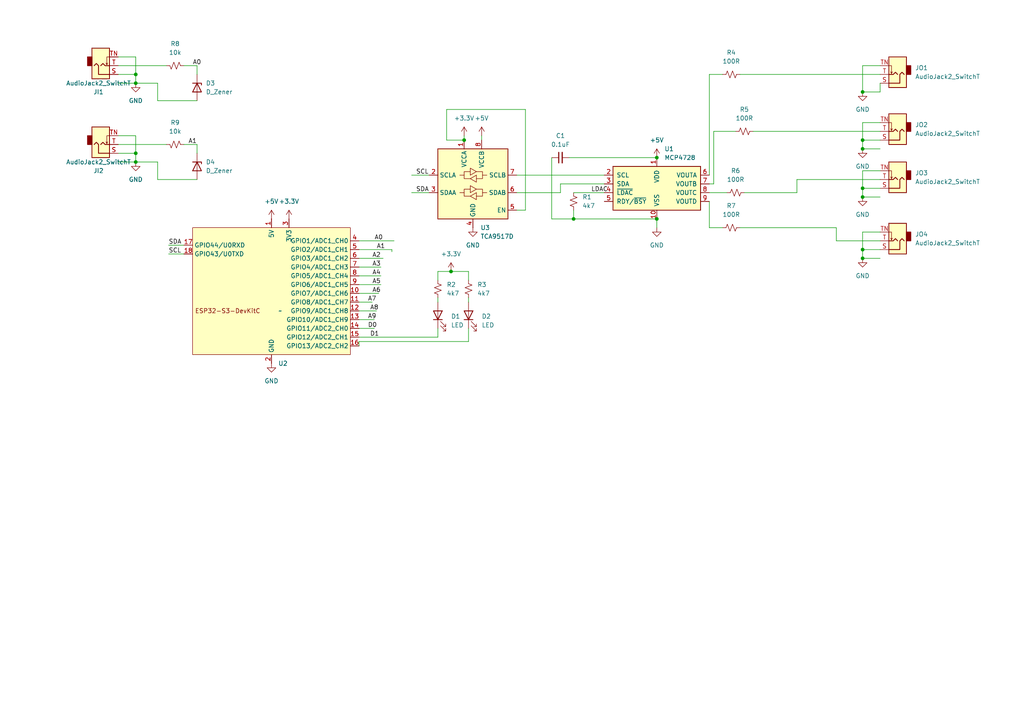
<source format=kicad_sch>
(kicad_sch (version 20231120) (generator "eeschema") (generator_version "8.0")
  (paper "A4")
  (lib_symbols
    (symbol "Analog_DAC:MCP4728" (pin_names (offset 1.016))
      (property "Reference" "U" (at -12.7 6.35 0))
      (property "Value" "MCP4728" (at 12.7 6.35 0))
      (symbol "MCP4728_0_1"
        (rectangle (start -12.7 5.08) (end 12.7 -7.62) (stroke (width 0.254)) (fill (type background)))
      )
      (symbol "MCP4728_1_1"
        (pin power_in line (at 0 7.62 270) (length 2.54) (name "VDD") (number "1"))
        (pin power_in line (at 0 -10.16 90) (length 2.54) (name "VSS") (number "10"))
        (pin input line (at -15.24 2.54 0) (length 2.54) (name "SCL") (number "2"))
        (pin bidirectional line (at -15.24 0 0) (length 2.54) (name "SDA") (number "3"))
        (pin input line (at -15.24 -2.54 0) (length 2.54) (name "~{LDAC}") (number "4"))
        (pin output line (at -15.24 -5.08 0) (length 2.54) (name "RDY/~{BSY}") (number "5"))
        (pin output line (at 15.24 2.54 180) (length 2.54) (name "VOUTA") (number "6"))
        (pin output line (at 15.24 0 180) (length 2.54) (name "VOUTB") (number "7"))
        (pin output line (at 15.24 -2.54 180) (length 2.54) (name "VOUTC") (number "8"))
        (pin output line (at 15.24 -5.08 180) (length 2.54) (name "VOUTD") (number "9"))
      )
    )
    (symbol "Connector_Audio:AudioJack2_SwitchT"
      (property "Reference" "J" (at 0 8.89 0))
      (property "Value" "AudioJack2_SwitchT" (at 0 6.35 0))
      (symbol "AudioJack2_SwitchT_0_1"
        (rectangle (start -2.54 0) (end -3.81 -2.54) (stroke (width 0.254)) (fill (type outline)))
        (polyline (pts (xy 1.778 -0.254) (xy 2.032 -0.762)))
        (polyline (pts (xy 0 0) (xy 0.635 -0.635) (xy 1.27 0) (xy 2.54 0)) (stroke (width 0.254)))
        (polyline (pts (xy 2.54 -2.54) (xy 1.778 -2.54) (xy 1.778 -0.254) (xy 1.524 -0.762)))
        (polyline (pts (xy 2.54 2.54) (xy -0.635 2.54) (xy -0.635 0) (xy -1.27 -0.635) (xy -1.905 0)) (stroke (width 0.254)))
        (rectangle (start 2.54 3.81) (end -2.54 -5.08) (stroke (width 0.254)) (fill (type background)))
      )
      (symbol "AudioJack2_SwitchT_1_1"
        (pin passive line (at 5.08 2.54 180) (length 2.54) (name "~") (number "S"))
        (pin passive line (at 5.08 0 180) (length 2.54) (name "~") (number "T"))
        (pin passive line (at 5.08 -2.54 180) (length 2.54) (name "~") (number "TN"))
      )
    )
    (symbol "Device:C_Small" (pin_numbers hide) (pin_names (offset 0.254) hide)
      (property "Reference" "C" (at 0.254 1.778 0))
      (property "Value" "C_Small" (at 0.254 -2.032 0))
      (symbol "C_Small_0_1"
        (polyline (pts (xy -1.524 -0.508) (xy 1.524 -0.508)) (stroke (width 0.3302)))
        (polyline (pts (xy -1.524 0.508) (xy 1.524 0.508)) (stroke (width 0.3048)))
      )
      (symbol "C_Small_1_1"
        (pin passive line (at 0 2.54 270) (length 2.032) (name "~") (number "1"))
        (pin passive line (at 0 -2.54 90) (length 2.032) (name "~") (number "2"))
      )
    )
    (symbol "Device:D_Zener" (pin_numbers hide) (pin_names (offset 1.016) hide)
      (property "Reference" "D" (at 0 2.54 0))
      (property "Value" "D_Zener" (at 0 -2.54 0))
      (symbol "D_Zener_0_1"
        (polyline (pts (xy 1.27 0) (xy -1.27 0)))
        (polyline (pts (xy -1.27 -1.27) (xy -1.27 1.27) (xy -0.762 1.27)) (stroke (width 0.254)))
        (polyline (pts (xy 1.27 -1.27) (xy 1.27 1.27) (xy -1.27 0) (xy 1.27 -1.27)) (stroke (width 0.254)))
      )
      (symbol "D_Zener_1_1"
        (pin passive line (at -3.81 0 0) (length 2.54) (name "K") (number "1"))
        (pin passive line (at 3.81 0 180) (length 2.54) (name "A") (number "2"))
      )
    )
    (symbol "Device:LED" (pin_numbers hide) (pin_names (offset 1.016) hide)
      (property "Reference" "D" (at 0 2.54 0))
      (property "Value" "LED" (at 0 -2.54 0))
      (symbol "LED_0_1"
        (polyline (pts (xy -1.27 -1.27) (xy -1.27 1.27)) (stroke (width 0.254)))
        (polyline (pts (xy -1.27 0) (xy 1.27 0)))
        (polyline (pts (xy 1.27 -1.27) (xy 1.27 1.27) (xy -1.27 0) (xy 1.27 -1.27)) (stroke (width 0.254)))
        (polyline (pts (xy -3.048 -0.762) (xy -4.572 -2.286) (xy -3.81 -2.286) (xy -4.572 -2.286) (xy -4.572 -1.524)))
        (polyline (pts (xy -1.778 -0.762) (xy -3.302 -2.286) (xy -2.54 -2.286) (xy -3.302 -2.286) (xy -3.302 -1.524)))
      )
      (symbol "LED_1_1"
        (pin passive line (at -3.81 0 0) (length 2.54) (name "K") (number "1"))
        (pin passive line (at 3.81 0 180) (length 2.54) (name "A") (number "2"))
      )
    )
    (symbol "Device:R_Small_US" (pin_numbers hide) (pin_names (offset 0.254) hide)
      (property "Reference" "R" (at 0.762 0.508 0))
      (property "Value" "R_Small_US" (at 0.762 -1.016 0))
      (symbol "R_Small_US_1_1"
        (polyline (pts (xy 0 0) (xy 1.016 -0.381) (xy 0 -0.762) (xy -1.016 -1.143) (xy 0 -1.524)))
        (polyline (pts (xy 0 1.524) (xy 1.016 1.143) (xy 0 0.762) (xy -1.016 0.381) (xy 0 0)))
        (pin passive line (at 0 2.54 270) (length 1.016) (name "~") (number "1"))
        (pin passive line (at 0 -2.54 90) (length 1.016) (name "~") (number "2"))
      )
    )
    (symbol "GND_1" (power) (pin_numbers hide) (pin_names (offset 0) hide)
      (property "Value" "GND" (at 0 -3.81 0))
      (symbol "GND_1_0_1"
        (polyline (pts (xy 0 0) (xy 0 -1.27) (xy 1.27 -1.27) (xy 0 -2.54) (xy -1.27 -1.27) (xy 0 -1.27)))
      )
      (symbol "GND_1_1_1"
        (pin power_in line (at 0 0 270) (length 0) (name "~") (number "1"))
      )
    )
    (symbol "Logic_LevelTranslator:TCA9517D"
      (property "Reference" "U" (at -10.16 11.43 0))
      (property "Value" "TCA9517D" (at 1.27 -11.43 0))
      (symbol "TCA9517D_1_1"
        (rectangle (start -10.16 10.16) (end 10.16 -10.16) (stroke (width 0.254)) (fill (type background)))
        (polyline (pts (xy -2.54 -2.54) (xy -2.54 -1.524) (xy -0.762 -1.524)))
        (polyline (pts (xy -2.54 2.54) (xy -2.54 3.556) (xy -0.762 3.556)))
        (polyline (pts (xy 2.794 -2.54) (xy 2.794 -3.556) (xy 1.016 -3.556)))
        (polyline (pts (xy 2.794 2.54) (xy 2.794 1.524) (xy 1.016 1.524)))
        (polyline (pts (xy -0.762 -3.556) (xy -2.54 -3.556) (xy -2.54 -2.54) (xy -3.81 -2.54)))
        (polyline (pts (xy -0.762 -2.54) (xy -0.762 -0.508) (xy 1.016 -1.524) (xy -0.762 -2.54)))
        (polyline (pts (xy -0.762 1.524) (xy -2.54 1.524) (xy -2.54 2.54) (xy -3.81 2.54)))
        (polyline (pts (xy -0.762 2.54) (xy -0.762 4.572) (xy 1.016 3.556) (xy -0.762 2.54)))
        (polyline (pts (xy 1.016 -1.524) (xy 2.794 -1.524) (xy 2.794 -2.54) (xy 4.064 -2.54)))
        (polyline (pts (xy 1.016 3.556) (xy 2.794 3.556) (xy 2.794 2.54) (xy 4.064 2.54)))
        (polyline (pts (xy 1.016 -2.54) (xy 1.016 -4.318) (xy 1.016 -4.572) (xy -0.762 -3.556) (xy 1.016 -2.54)))
        (polyline (pts (xy 1.016 2.54) (xy 1.016 0.762) (xy 1.016 0.508) (xy -0.762 1.524) (xy 1.016 2.54)))
        (pin power_in line (at -2.54 12.7 270) (length 2.54) (name "VCCA") (number "1"))
        (pin bidirectional line (at -12.7 2.54 0) (length 2.54) (name "SCLA") (number "2"))
        (pin bidirectional line (at -12.7 -2.54 0) (length 2.54) (name "SDAA") (number "3"))
        (pin power_in line (at 0 -12.7 90) (length 2.54) (name "GND") (number "4"))
        (pin passive line (at 12.7 -7.62 180) (length 2.54) (name "EN") (number "5"))
        (pin bidirectional line (at 12.7 -2.54 180) (length 2.54) (name "SDAB") (number "6"))
        (pin bidirectional line (at 12.7 2.54 180) (length 2.54) (name "SCLB") (number "7"))
        (pin power_in line (at 2.54 12.7 270) (length 2.54) (name "VCCB") (number "8"))
      )
    )
    (symbol "hattwick:Wifiduino-ESP32S3"
      (property "Reference" "U" (at -22.86 46.99 0))
      (symbol "Wifiduino-ESP32S3_0_0"
        (text "ESP32-S3-DevKitC" (at -15.24 0 0) (effects (font (size 1.27 1.27))))
      )
      (symbol "Wifiduino-ESP32S3_0_1"
        (rectangle (start -25.4 24.13) (end 20.32 -12.7) (fill (type background)))
      )
      (symbol "Wifiduino-ESP32S3_1_0"
        (pin bidirectional line (at 22.86 -10.16 180) (length 2.54) (name "GPIO13/ADC2_CH2") (number "16"))
        (pin bidirectional line (at -27.94 19.05 0) (length 2.54) (name "GPIO44/U0RXD") (number "17"))
        (pin bidirectional line (at -27.94 16.51 0) (length 2.54) (name "GPIO43/U0TXD") (number "18"))
        (pin power_in line (at -2.54 -15.24 90) (length 2.54) (name "GND") (number "2"))
        (pin bidirectional line (at 22.86 20.32 180) (length 2.54) (name "GPIO1/ADC1_CH0") (number "4"))
        (pin bidirectional line (at 22.86 17.78 180) (length 2.54) (name "GPIO2/ADC1_CH1") (number "5"))
      )
      (symbol "Wifiduino-ESP32S3_1_1"
        (pin power_in line (at -2.54 26.67 270) (length 2.54) (name "5V") (number "1"))
        (pin bidirectional line (at 22.86 5.08 180) (length 2.54) (name "GPIO7/ADC1_CH6") (number "10"))
        (pin bidirectional line (at 22.86 2.54 180) (length 2.54) (name "GPIO8/ADC1_CH7") (number "11"))
        (pin bidirectional line (at 22.86 0 180) (length 2.54) (name "GPIO9/ADC1_CH8") (number "12"))
        (pin bidirectional line (at 22.86 -2.54 180) (length 2.54) (name "GPIO10/ADC1_CH9") (number "13"))
        (pin bidirectional line (at 22.86 -5.08 180) (length 2.54) (name "GPIO11/ADC2_CH0") (number "14"))
        (pin bidirectional line (at 22.86 -7.62 180) (length 2.54) (name "GPIO12/ADC2_CH1") (number "15"))
        (pin power_in line (at 2.54 26.67 270) (length 2.54) (name "3V3") (number "3"))
        (pin bidirectional line (at 22.86 15.24 180) (length 2.54) (name "GPIO3/ADC1_CH2") (number "6"))
        (pin bidirectional line (at 22.86 12.7 180) (length 2.54) (name "GPIO4/ADC1_CH3") (number "7"))
        (pin bidirectional line (at 22.86 10.16 180) (length 2.54) (name "GPIO5/ADC1_CH4") (number "8"))
        (pin bidirectional line (at 22.86 7.62 180) (length 2.54) (name "GPIO6/ADC1_CH5") (number "9"))
      )
    )
    (symbol "power:+3.3V" (power) (pin_names (offset 0))
      (property "Value" "+3.3V" (at 0 3.556 0))
      (symbol "+3.3V_0_1"
        (polyline (pts (xy -0.762 1.27) (xy 0 2.54)))
        (polyline (pts (xy 0 0) (xy 0 2.54)))
        (polyline (pts (xy 0 2.54) (xy 0.762 1.27)))
      )
      (symbol "+3.3V_1_1"
        (pin power_in line (at 0 0 90) (length 0) hide (name "+3.3V") (number "1"))
      )
    )
    (symbol "power:+5V" (power) (pin_numbers hide) (pin_names (offset 0) hide)
      (property "Value" "+5V" (at 0 3.556 0))
      (symbol "+5V_0_1"
        (polyline (pts (xy -0.762 1.27) (xy 0 2.54)))
        (polyline (pts (xy 0 0) (xy 0 2.54)))
        (polyline (pts (xy 0 2.54) (xy 0.762 1.27)))
      )
      (symbol "+5V_1_1"
        (pin power_in line (at 0 0 90) (length 0) (name "~") (number "1"))
      )
    )
    (symbol "power:GND" (power) (pin_names (offset 0))
      (property "Value" "GND" (at 0 -3.81 0))
      (symbol "GND_0_1"
        (polyline (pts (xy 0 0) (xy 0 -1.27) (xy 1.27 -1.27) (xy 0 -2.54) (xy -1.27 -1.27) (xy 0 -1.27)))
      )
      (symbol "GND_1_1"
        (pin power_in line (at 0 0 270) (length 0) hide (name "GND") (number "1"))
      )
    )
  )
  (junction (at 39.37 44.45))
  (junction (at 250.19 26.67))
  (junction (at 250.19 54.61))
  (junction (at 39.37 24.13))
  (junction (at 190.5 45.72))
  (junction (at 134.62 40.64))
  (junction (at 39.37 46.99))
  (junction (at 250.19 57.15))
  (junction (at 130.81 78.74))
  (junction (at 39.37 21.59))
  (junction (at 250.19 74.93))
  (junction (at 190.5 63.5))
  (junction (at 250.19 43.18))
  (junction (at 166.37 63.5))
  (junction (at 250.19 40.64))
  (junction (at 250.19 72.39))
  (wire (pts (xy 255.27 19.05) (xy 250.19 19.05)))
  (wire (pts (xy 104.14 85.09) (xy 109.855 85.09)))
  (wire (pts (xy 104.14 95.25) (xy 108.585 95.25)))
  (wire (pts (xy 104.14 72.39) (xy 113.665 72.39)))
  (wire (pts (xy 104.14 80.01) (xy 110.49 80.01)))
  (wire (pts (xy 113.665 72.39) (xy 113.665 73.025)))
  (wire (pts (xy 39.37 39.37) (xy 39.37 44.45)))
  (wire (pts (xy 48.26 19.05) (xy 34.29 19.05)))
  (wire (pts (xy 135.89 86.36) (xy 135.89 87.63)))
  (wire (pts (xy 162.56 55.88) (xy 162.56 53.34)))
  (wire (pts (xy 34.29 46.99) (xy 39.37 46.99)))
  (wire (pts (xy 119.38 50.8) (xy 124.46 50.8)))
  (wire (pts (xy 57.15 19.05) (xy 53.34 19.05)))
  (wire (pts (xy 135.89 95.25) (xy 135.89 99.06)))
  (wire (pts (xy 205.74 21.59) (xy 209.55 21.59)))
  (wire (pts (xy 250.19 72.39) (xy 250.19 74.93)))
  (wire (pts (xy 242.57 69.85) (xy 255.27 69.85)))
  (wire (pts (xy 250.19 35.56) (xy 250.19 40.64)))
  (wire (pts (xy 207.01 53.34) (xy 207.01 38.1)))
  (wire (pts (xy 207.01 38.1) (xy 213.36 38.1)))
  (wire (pts (xy 104.14 90.17) (xy 109.22 90.17)))
  (wire (pts (xy 119.38 55.88) (xy 124.46 55.88)))
  (wire (pts (xy 39.37 21.59) (xy 39.37 24.13)))
  (wire (pts (xy 215.9 55.88) (xy 231.14 55.88)))
  (wire (pts (xy 57.15 41.91) (xy 53.34 41.91)))
  (wire (pts (xy 127 81.28) (xy 127 78.74)))
  (wire (pts (xy 104.14 74.93) (xy 111.125 74.93)))
  (wire (pts (xy 48.895 73.66) (xy 53.34 73.66)))
  (wire (pts (xy 39.37 24.13) (xy 45.72 24.13)))
  (wire (pts (xy 104.14 69.85) (xy 114.3 69.85)))
  (wire (pts (xy 242.57 66.04) (xy 242.57 69.85)))
  (wire (pts (xy 104.14 87.63) (xy 107.95 87.63)))
  (wire (pts (xy 57.15 41.91) (xy 57.15 44.45)))
  (wire (pts (xy 45.72 29.21) (xy 57.15 29.21)))
  (wire (pts (xy 45.72 52.07) (xy 45.72 46.99)))
  (wire (pts (xy 48.895 71.12) (xy 53.34 71.12)))
  (wire (pts (xy 139.7 39.37) (xy 139.7 40.64)))
  (wire (pts (xy 166.37 63.5) (xy 190.5 63.5)))
  (wire (pts (xy 34.29 21.59) (xy 39.37 21.59)))
  (wire (pts (xy 250.19 54.61) (xy 250.19 57.15)))
  (wire (pts (xy 205.74 55.88) (xy 210.82 55.88)))
  (wire (pts (xy 162.56 53.34) (xy 175.26 53.34)))
  (wire (pts (xy 205.74 66.04) (xy 205.74 58.42)))
  (wire (pts (xy 39.37 44.45) (xy 39.37 46.99)))
  (wire (pts (xy 255.27 54.61) (xy 250.19 54.61)))
  (wire (pts (xy 205.74 53.34) (xy 207.01 53.34)))
  (wire (pts (xy 149.86 60.96) (xy 152.4 60.96)))
  (wire (pts (xy 135.89 99.06) (xy 104.14 99.06)))
  (wire (pts (xy 255.27 24.13) (xy 255.27 26.67)))
  (wire (pts (xy 255.27 67.31) (xy 250.19 67.31)))
  (wire (pts (xy 48.26 41.91) (xy 34.29 41.91)))
  (wire (pts (xy 255.27 26.67) (xy 250.19 26.67)))
  (wire (pts (xy 160.02 45.72) (xy 160.02 63.5)))
  (wire (pts (xy 160.02 63.5) (xy 166.37 63.5)))
  (wire (pts (xy 250.19 19.05) (xy 250.19 26.67)))
  (wire (pts (xy 104.14 77.47) (xy 110.49 77.47)))
  (wire (pts (xy 231.14 55.88) (xy 231.14 52.07)))
  (wire (pts (xy 39.37 16.51) (xy 39.37 21.59)))
  (wire (pts (xy 127 78.74) (xy 130.81 78.74)))
  (wire (pts (xy 250.19 49.53) (xy 250.19 54.61)))
  (wire (pts (xy 104.14 99.06) (xy 104.14 100.33)))
  (wire (pts (xy 34.29 16.51) (xy 39.37 16.51)))
  (wire (pts (xy 104.14 92.71) (xy 108.585 92.71)))
  (wire (pts (xy 130.81 78.74) (xy 135.89 78.74)))
  (wire (pts (xy 250.19 67.31) (xy 250.19 72.39)))
  (wire (pts (xy 45.72 29.21) (xy 45.72 24.13)))
  (wire (pts (xy 39.37 46.99) (xy 45.72 46.99)))
  (wire (pts (xy 134.62 39.37) (xy 134.62 40.64)))
  (wire (pts (xy 255.27 49.53) (xy 250.19 49.53)))
  (wire (pts (xy 218.44 38.1) (xy 255.27 38.1)))
  (wire (pts (xy 149.86 50.8) (xy 175.26 50.8)))
  (wire (pts (xy 129.54 31.75) (xy 129.54 40.64)))
  (wire (pts (xy 205.74 21.59) (xy 205.74 50.8)))
  (wire (pts (xy 135.89 78.74) (xy 135.89 81.28)))
  (wire (pts (xy 255.27 43.18) (xy 250.19 43.18)))
  (wire (pts (xy 255.27 40.64) (xy 250.19 40.64)))
  (wire (pts (xy 57.15 19.05) (xy 57.15 21.59)))
  (wire (pts (xy 34.29 44.45) (xy 39.37 44.45)))
  (wire (pts (xy 104.14 82.55) (xy 110.49 82.55)))
  (wire (pts (xy 165.1 45.72) (xy 190.5 45.72)))
  (wire (pts (xy 231.14 52.07) (xy 255.27 52.07)))
  (wire (pts (xy 45.72 52.07) (xy 57.15 52.07)))
  (wire (pts (xy 255.27 35.56) (xy 250.19 35.56)))
  (wire (pts (xy 255.27 57.15) (xy 250.19 57.15)))
  (wire (pts (xy 255.27 74.93) (xy 250.19 74.93)))
  (wire (pts (xy 104.14 97.79) (xy 127 97.79)))
  (wire (pts (xy 149.86 55.88) (xy 162.56 55.88)))
  (wire (pts (xy 255.27 72.39) (xy 250.19 72.39)))
  (wire (pts (xy 166.37 55.88) (xy 175.26 55.88)))
  (wire (pts (xy 127 86.36) (xy 127 87.63)))
  (wire (pts (xy 34.29 24.13) (xy 39.37 24.13)))
  (wire (pts (xy 205.74 66.04) (xy 209.55 66.04)))
  (wire (pts (xy 190.5 63.5) (xy 190.5 66.04)))
  (wire (pts (xy 214.63 66.04) (xy 242.57 66.04)))
  (wire (pts (xy 129.54 40.64) (xy 134.62 40.64)))
  (wire (pts (xy 127 95.25) (xy 127 97.79)))
  (wire (pts (xy 250.19 40.64) (xy 250.19 43.18)))
  (wire (pts (xy 152.4 31.75) (xy 152.4 60.96)))
  (wire (pts (xy 34.29 39.37) (xy 39.37 39.37)))
  (wire (pts (xy 214.63 21.59) (xy 255.27 21.59)))
  (wire (pts (xy 152.4 31.75) (xy 129.54 31.75)))
  (wire (pts (xy 166.37 60.96) (xy 166.37 63.5)))
  (label "SCL" (at 120.65 50.8 0))
  (label "A9" (at 106.68 92.71 0))
  (label "A4" (at 107.95 80.01 0))
  (label "A1" (at 54.61 41.91 0))
  (label "SCL" (at 48.895 73.66 0))
  (label "A2" (at 107.95 74.93 0))
  (label "A0" (at 108.585 69.85 0))
  (label "SDA" (at 120.65 55.88 0))
  (label "A3" (at 107.95 77.47 0))
  (label "SDA" (at 48.895 71.12 0))
  (label "A0" (at 55.88 19.05 0))
  (label "A8" (at 107.315 90.17 0))
  (label "A7" (at 106.68 87.63 0))
  (label "D1" (at 107.315 97.79 0))
  (label "LDAC" (at 171.45 55.88 0))
  (label "D0" (at 106.68 95.25 0))
  (label "A6" (at 107.95 85.09 0))
  (label "A5" (at 107.95 82.55 0))
  (label "A1" (at 109.22 72.39 0))
  (symbol (lib_id "Connector_Audio:AudioJack2_SwitchT") (at 29.21 41.91 0) (mirror x) (unit 1)
    (property "Reference" "JI2" (at 28.575 49.53 0))
    (property "Value" "AudioJack2_SwitchT" (at 28.575 46.99 0))
    (property "Footprint" "Connector_Audio:Jack_3.5mm_QingPu_WQP-PJ398SM_Vertical_CircularHoles" (effects (hide yes)))
    (property "Description" "Audio Jack, 2 Poles (Mono / TS), Switched T Pole (Normalling)" (effects (hide yes)))
  )
  (symbol (lib_id "power:+3.3V") (at 134.62 39.37 0) (unit 1)
    (property "Reference" "#PWR05" (effects (hide yes)))
    (property "Value" "+3.3V" (at 134.62 34.29 0))
  )
  (symbol (lib_id "Device:R_Small_US") (at 50.8 19.05 270) (mirror x) (unit 1)
    (property "Reference" "R8" (at 50.8 12.7 90))
    (property "Value" "10k" (at 50.8 15.24 90))
    (property "Footprint" "Resistor_SMD:R_0805_2012Metric" (effects (hide yes)))
    (property "Description" "Resistor, small US symbol" (effects (hide yes)))
  )
  (symbol (lib_name "GND_1") (lib_id "power:GND") (at 39.37 46.99 0) (unit 1)
    (property "Reference" "#PWR017" (effects (hide yes)))
    (property "Value" "GND" (at 39.37 52.07 0))
    (property "Description" "Power symbol creates a global label with name \"GND\" , ground" (effects (hide yes)))
  )
  (symbol (lib_id "Analog_DAC:MCP4728") (at 190.5 53.34 0) (unit 1)
    (property "Reference" "U1" (at 192.6941 43.18 0) (effects (justify left)))
    (property "Value" "MCP4728" (at 192.6941 45.72 0) (effects (justify left)))
    (property "Footprint" "Package_SO:MSOP-10_3x3mm_P0.5mm" (effects (hide yes)))
    (property "Datasheet" "http://ww1.microchip.com/downloads/en/DeviceDoc/22187E.pdf" (effects (hide yes)))
    (property "Description" "12-bit digital to analog converter, quad output, 2.048V internal reference, integrated EEPROM, I2C interface" (effects (hide yes)))
  )
  (symbol (lib_name "GND_1") (lib_id "power:GND") (at 39.37 24.13 0) (unit 1)
    (property "Reference" "#PWR016" (effects (hide yes)))
    (property "Value" "GND" (at 39.37 29.21 0))
    (property "Description" "Power symbol creates a global label with name \"GND\" , ground" (effects (hide yes)))
  )
  (symbol (lib_id "Connector_Audio:AudioJack2_SwitchT") (at 260.35 38.1 180) (unit 1)
    (property "Reference" "JO2" (at 265.43 36.1949 0) (effects (justify right)))
    (property "Value" "AudioJack2_SwitchT" (at 265.43 38.7349 0) (effects (justify right)))
    (property "Footprint" "Connector_Audio:Jack_3.5mm_QingPu_WQP-PJ398SM_Vertical_CircularHoles" (effects (hide yes)))
    (property "Description" "Audio Jack, 2 Poles (Mono / TS), Switched T Pole (Normalling)" (effects (hide yes)))
  )
  (symbol (lib_id "Connector_Audio:AudioJack2_SwitchT") (at 260.35 69.85 180) (unit 1)
    (property "Reference" "JO4" (at 265.43 67.9449 0) (effects (justify right)))
    (property "Value" "AudioJack2_SwitchT" (at 265.43 70.4849 0) (effects (justify right)))
    (property "Footprint" "Connector_Audio:Jack_3.5mm_QingPu_WQP-PJ398SM_Vertical_CircularHoles" (effects (hide yes)))
    (property "Description" "Audio Jack, 2 Poles (Mono / TS), Switched T Pole (Normalling)" (effects (hide yes)))
  )
  (symbol (lib_id "Device:R_Small_US") (at 166.37 58.42 0) (unit 1)
    (property "Reference" "R1" (at 168.91 57.1499 0) (effects (justify left)))
    (property "Value" "4k7" (at 168.91 59.6899 0) (effects (justify left)))
    (property "Footprint" "Resistor_SMD:R_0805_2012Metric" (effects (hide yes)))
    (property "Description" "Resistor, small US symbol" (effects (hide yes)))
  )
  (symbol (lib_name "GND_1") (lib_id "power:GND") (at 137.16 66.04 0) (unit 1)
    (property "Reference" "#PWR015" (effects (hide yes)))
    (property "Value" "GND" (at 137.16 71.12 0))
    (property "Description" "Power symbol creates a global label with name \"GND\" , ground" (effects (hide yes)))
  )
  (symbol (lib_id "Connector_Audio:AudioJack2_SwitchT") (at 29.21 19.05 0) (mirror x) (unit 1)
    (property "Reference" "JI1" (at 28.575 26.67 0))
    (property "Value" "AudioJack2_SwitchT" (at 28.575 24.13 0))
    (property "Footprint" "Connector_Audio:Jack_3.5mm_QingPu_WQP-PJ398SM_Vertical_CircularHoles" (effects (hide yes)))
    (property "Description" "Audio Jack, 2 Poles (Mono / TS), Switched T Pole (Normalling)" (effects (hide yes)))
  )
  (symbol (lib_id "Device:R_Small_US") (at 213.36 55.88 90) (unit 1)
    (property "Reference" "R6" (at 213.36 49.53 90))
    (property "Value" "100R" (at 213.36 52.07 90))
    (property "Footprint" "Resistor_SMD:R_0805_2012Metric" (effects (hide yes)))
    (property "Description" "Resistor, small US symbol" (effects (hide yes)))
  )
  (symbol (lib_id "Logic_LevelTranslator:TCA9517D") (at 137.16 53.34 0) (unit 1)
    (property "Reference" "U3" (at 139.3541 66.04 0) (effects (justify left)))
    (property "Value" "TCA9517D" (at 139.3541 68.58 0) (effects (justify left)))
    (property "Footprint" "Package_SO:SOIC-8_3.9x4.9mm_P1.27mm" (effects (hide yes)))
    (property "Datasheet" "https://www.ti.com/lit/ds/symlink/tca9517.pdf" (effects (hide yes)))
    (property "Description" "Level-Translating I2C Bus Buffer/Repeater With Enable Function, SOIC-8" (effects (hide yes)))
  )
  (symbol (lib_id "Device:R_Small_US") (at 212.09 21.59 90) (unit 1)
    (property "Reference" "R4" (at 212.09 15.24 90))
    (property "Value" "100R" (at 212.09 17.78 90))
    (property "Footprint" "Resistor_SMD:R_0805_2012Metric" (effects (hide yes)))
    (property "Description" "Resistor, small US symbol" (effects (hide yes)))
  )
  (symbol (lib_id "Device:LED") (at 127 91.44 90) (unit 1)
    (property "Reference" "D1" (at 130.81 91.7574 90) (effects (justify right)))
    (property "Value" "LED" (at 130.81 94.2974 90) (effects (justify right)))
    (property "Footprint" "LED_THT:LED_D3.0mm" (effects (hide yes)))
    (property "Description" "Light emitting diode" (effects (hide yes)))
  )
  (symbol (lib_id "Device:C_Small") (at 162.56 45.72 90) (unit 1)
    (property "Reference" "C1" (at 162.5663 39.37 90))
    (property "Value" "0.1uF" (at 162.5663 41.91 90))
    (property "Footprint" "Capacitor_THT:C_Disc_D6.0mm_W2.5mm_P5.00mm" (effects (hide yes)))
    (property "Description" "Unpolarized capacitor, small symbol" (effects (hide yes)))
  )
  (symbol (lib_id "Device:D_Zener") (at 57.15 48.26 270) (unit 1)
    (property "Reference" "D4" (at 59.69 46.9899 90) (effects (justify left)))
    (property "Value" "D_Zener" (at 59.69 49.5299 90) (effects (justify left)))
    (property "Footprint" "Diode_THT:D_DO-35_SOD27_P7.62mm_Horizontal" (effects (hide yes)))
    (property "Description" "Zener diode" (effects (hide yes)))
  )
  (symbol (lib_name "GND_1") (lib_id "power:GND") (at 250.19 57.15 0) (mirror y) (unit 1)
    (property "Reference" "#PWR08" (effects (hide yes)))
    (property "Value" "GND" (at 250.19 62.23 0))
    (property "Description" "Power symbol creates a global label with name \"GND\" , ground" (effects (hide yes)))
  )
  (symbol (lib_id "Device:R_Small_US") (at 215.9 38.1 90) (unit 1)
    (property "Reference" "R5" (at 215.9 31.75 90))
    (property "Value" "100R" (at 215.9 34.29 90))
    (property "Footprint" "Resistor_SMD:R_0805_2012Metric" (effects (hide yes)))
    (property "Description" "Resistor, small US symbol" (effects (hide yes)))
  )
  (symbol (lib_id "power:+5V") (at 190.5 45.72 0) (unit 1)
    (property "Reference" "#PWR013" (effects (hide yes)))
    (property "Value" "+5V" (at 190.5 40.64 0))
    (property "Description" "Power symbol creates a global label with name \"+5V\"" (effects (hide yes)))
  )
  (symbol (lib_id "hattwick:Wifiduino-ESP32S3") (at 81.28 90.17 0) (unit 1)
    (property "Reference" "U2" (at 80.6959 105.41 0) (effects (justify left)))
    (property "Value" "~" (at 81.28 90.17 0))
    (property "Footprint" "ih_kicad:Wifiduino-ESP32S3-SMD" (effects (hide yes)))
  )
  (symbol (lib_id "Connector_Audio:AudioJack2_SwitchT") (at 260.35 52.07 180) (unit 1)
    (property "Reference" "JO3" (at 265.43 50.1649 0) (effects (justify right)))
    (property "Value" "AudioJack2_SwitchT" (at 265.43 52.7049 0) (effects (justify right)))
    (property "Footprint" "Connector_Audio:Jack_3.5mm_QingPu_WQP-PJ398SM_Vertical_CircularHoles" (effects (hide yes)))
    (property "Description" "Audio Jack, 2 Poles (Mono / TS), Switched T Pole (Normalling)" (effects (hide yes)))
  )
  (symbol (lib_id "Connector_Audio:AudioJack2_SwitchT") (at 260.35 21.59 180) (unit 1)
    (property "Reference" "JO1" (at 265.43 19.6849 0) (effects (justify right)))
    (property "Value" "AudioJack2_SwitchT" (at 265.43 22.2249 0) (effects (justify right)))
    (property "Footprint" "Connector_Audio:Jack_3.5mm_QingPu_WQP-PJ398SM_Vertical_CircularHoles" (effects (hide yes)))
    (property "Description" "Audio Jack, 2 Poles (Mono / TS), Switched T Pole (Normalling)" (effects (hide yes)))
  )
  (symbol (lib_name "GND_1") (lib_id "power:GND") (at 250.19 26.67 0) (mirror y) (unit 1)
    (property "Reference" "#PWR06" (effects (hide yes)))
    (property "Value" "GND" (at 250.19 31.75 0))
    (property "Description" "Power symbol creates a global label with name \"GND\" , ground" (effects (hide yes)))
  )
  (symbol (lib_id "power:+3.3V") (at 83.82 63.5 0) (unit 1)
    (property "Reference" "#PWR02" (effects (hide yes)))
    (property "Value" "+3.3V" (at 83.82 58.42 0))
  )
  (symbol (lib_id "power:+5V") (at 78.74 63.5 0) (unit 1)
    (property "Reference" "#PWR012" (effects (hide yes)))
    (property "Value" "+5V" (at 78.74 58.42 0))
    (property "Description" "Power symbol creates a global label with name \"+5V\"" (effects (hide yes)))
  )
  (symbol (lib_name "GND_1") (lib_id "power:GND") (at 250.19 74.93 0) (mirror y) (unit 1)
    (property "Reference" "#PWR011" (effects (hide yes)))
    (property "Value" "GND" (at 250.19 80.01 0))
    (property "Description" "Power symbol creates a global label with name \"GND\" , ground" (effects (hide yes)))
  )
  (symbol (lib_id "power:GND") (at 78.74 105.41 0) (unit 1)
    (property "Reference" "#PWR01" (effects (hide yes)))
    (property "Value" "GND" (at 78.74 110.49 0))
  )
  (symbol (lib_id "power:+5V") (at 139.7 39.37 0) (unit 1)
    (property "Reference" "#PWR04" (effects (hide yes)))
    (property "Value" "+5V" (at 139.7 34.29 0))
    (property "Description" "Power symbol creates a global label with name \"+5V\"" (effects (hide yes)))
  )
  (symbol (lib_id "Device:D_Zener") (at 57.15 25.4 270) (unit 1)
    (property "Reference" "D3" (at 59.69 24.1299 90) (effects (justify left)))
    (property "Value" "D_Zener" (at 59.69 26.6699 90) (effects (justify left)))
    (property "Footprint" "Diode_THT:D_DO-35_SOD27_P7.62mm_Horizontal" (effects (hide yes)))
    (property "Description" "Zener diode" (effects (hide yes)))
  )
  (symbol (lib_id "Device:LED") (at 135.89 91.44 90) (unit 1)
    (property "Reference" "D2" (at 139.7 91.7574 90) (effects (justify right)))
    (property "Value" "LED" (at 139.7 94.2974 90) (effects (justify right)))
    (property "Footprint" "LED_THT:LED_D3.0mm" (effects (hide yes)))
    (property "Description" "Light emitting diode" (effects (hide yes)))
  )
  (symbol (lib_id "Device:R_Small_US") (at 127 83.82 0) (unit 1)
    (property "Reference" "R2" (at 129.54 82.5499 0) (effects (justify left)))
    (property "Value" "4k7" (at 129.54 85.0899 0) (effects (justify left)))
    (property "Footprint" "Resistor_SMD:R_0805_2012Metric" (effects (hide yes)))
    (property "Description" "Resistor, small US symbol" (effects (hide yes)))
  )
  (symbol (lib_id "Device:R_Small_US") (at 135.89 83.82 0) (unit 1)
    (property "Reference" "R3" (at 138.43 82.5499 0) (effects (justify left)))
    (property "Value" "4k7" (at 138.43 85.0899 0) (effects (justify left)))
    (property "Footprint" "Resistor_SMD:R_0805_2012Metric" (effects (hide yes)))
    (property "Description" "Resistor, small US symbol" (effects (hide yes)))
  )
  (symbol (lib_name "GND_1") (lib_id "power:GND") (at 250.19 43.18 0) (mirror y) (unit 1)
    (property "Reference" "#PWR07" (effects (hide yes)))
    (property "Value" "GND" (at 250.19 48.26 0))
    (property "Description" "Power symbol creates a global label with name \"GND\" , ground" (effects (hide yes)))
  )
  (symbol (lib_name "GND_1") (lib_id "power:GND") (at 190.5 66.04 0) (unit 1)
    (property "Reference" "#PWR03" (effects (hide yes)))
    (property "Value" "GND" (at 190.5 71.12 0))
    (property "Description" "Power symbol creates a global label with name \"GND\" , ground" (effects (hide yes)))
  )
  (symbol (lib_id "Device:R_Small_US") (at 50.8 41.91 270) (mirror x) (unit 1)
    (property "Reference" "R9" (at 50.8 35.56 90))
    (property "Value" "10k" (at 50.8 38.1 90))
    (property "Footprint" "Resistor_SMD:R_0805_2012Metric" (effects (hide yes)))
    (property "Description" "Resistor, small US symbol" (effects (hide yes)))
  )
  (symbol (lib_id "Device:R_Small_US") (at 212.09 66.04 90) (unit 1)
    (property "Reference" "R7" (at 212.09 59.69 90))
    (property "Value" "100R" (at 212.09 62.23 90))
    (property "Footprint" "Resistor_SMD:R_0805_2012Metric" (effects (hide yes)))
    (property "Description" "Resistor, small US symbol" (effects (hide yes)))
  )
  (symbol (lib_id "power:+3.3V") (at 130.81 78.74 0) (unit 1)
    (property "Reference" "#PWR014" (effects (hide yes)))
    (property "Value" "+3.3V" (at 130.81 73.66 0))
  )
)
</source>
